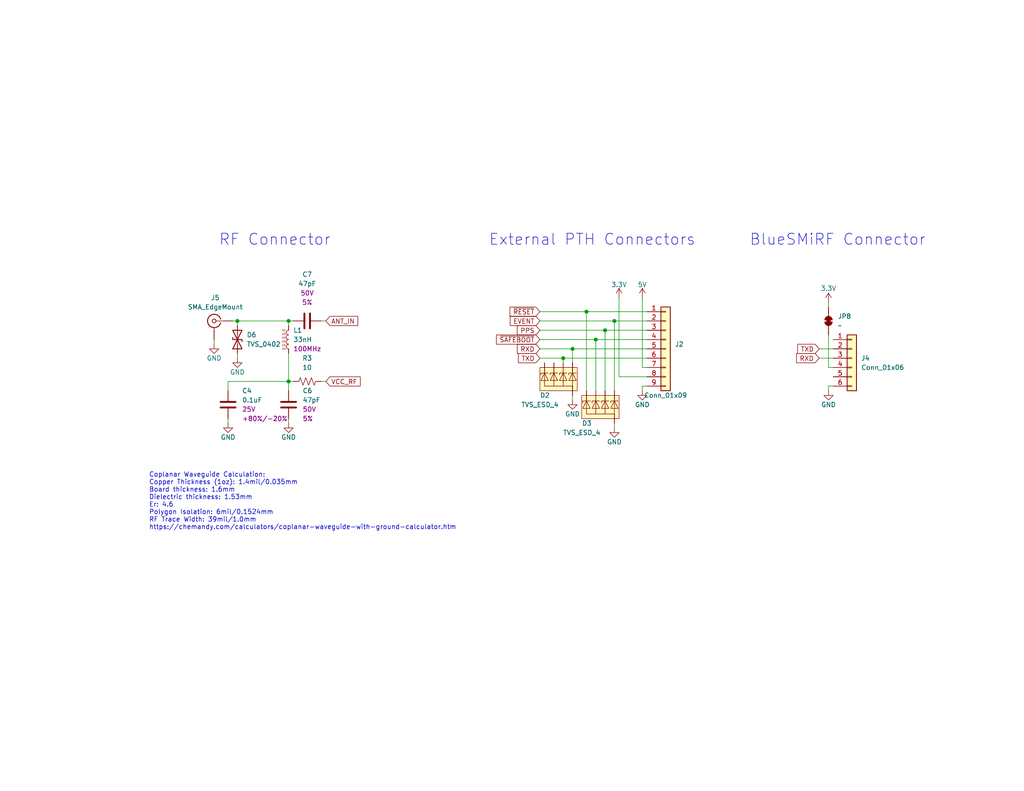
<source format=kicad_sch>
(kicad_sch (version 20230121) (generator eeschema)
  (paper "USLetter")
  (lib_symbols
    (symbol "SparkFun-Capacitor:0.1uF_0603_25V_20%" (pin_numbers hide) (pin_names (offset 0.254))
      (property "Reference" "C" (at 0.635 2.54 0))
      (property "Value" "0.1uF" (at 0.635 -2.54 0))
      (property "Voltage" "25V" (at 0 -6.35 0))
      (property "Tolerance" "+80%/-20%" (at 0 -8.89 0))
      (symbol "0.1uF_0603_25V_20%_0_1"
        (polyline (pts (xy -2.032 -0.762) (xy 2.032 -0.762)) (stroke (width 0.508)))
        (polyline (pts (xy -2.032 0.762) (xy 2.032 0.762)) (stroke (width 0.508)))
      )
      (symbol "0.1uF_0603_25V_20%_1_1"
        (pin passive line (at 0 3.81 270) (length 2.794) (name "~") (number "1"))
        (pin passive line (at 0 -3.81 90) (length 2.794) (name "~") (number "2"))
      )
    )
    (symbol "SparkFun-Capacitor:47pF_0603_50V_5%" (pin_numbers hide) (pin_names (offset 0.254))
      (property "Reference" "C" (at 0.635 2.54 0))
      (property "Value" "47pF" (at 0.635 -2.54 0))
      (property "Voltage" "50V" (at 0 -6.35 0))
      (property "Tolerance" "5%" (at 0 -8.89 0))
      (symbol "47pF_0603_50V_5%_0_1"
        (polyline (pts (xy -2.032 -0.762) (xy 2.032 -0.762)) (stroke (width 0.508)))
        (polyline (pts (xy -2.032 0.762) (xy 2.032 0.762)) (stroke (width 0.508)))
      )
      (symbol "47pF_0603_50V_5%_1_1"
        (pin passive line (at 0 3.81 270) (length 2.794) (name "~") (number "1"))
        (pin passive line (at 0 -3.81 90) (length 2.794) (name "~") (number "2"))
      )
    )
    (symbol "SparkFun-Coil:33nH_0603_0.3A" (pin_numbers hide) (pin_names (offset 1.016) hide)
      (property "Reference" "L" (at 0 2.54 0))
      (property "Value" "33nH" (at 0 -1.27 0))
      (property "Frequency" "100MHz" (at 0 -3.81 0))
      (symbol "33nH_0603_0.3A_0_1"
        (arc (start -1.27 0) (mid -1.905 0.6323) (end -2.54 0))
        (arc (start 0 0) (mid -0.635 0.6323) (end -1.27 0))
        (polyline (pts (xy -2.794 1.524) (xy -2.286 1.524)))
        (polyline (pts (xy -2.286 1.016) (xy -2.794 1.016)))
        (polyline (pts (xy -1.778 1.524) (xy -1.27 1.524)))
        (polyline (pts (xy -1.27 1.016) (xy -1.778 1.016)))
        (polyline (pts (xy -0.762 1.524) (xy -0.254 1.524)))
        (polyline (pts (xy -0.254 1.016) (xy -0.762 1.016)))
        (polyline (pts (xy 0.254 1.524) (xy 0.762 1.524)))
        (polyline (pts (xy 0.762 1.016) (xy 0.254 1.016)))
        (polyline (pts (xy 1.27 1.524) (xy 1.778 1.524)))
        (polyline (pts (xy 1.778 1.016) (xy 1.27 1.016)))
        (polyline (pts (xy 2.286 1.524) (xy 2.794 1.524)))
        (polyline (pts (xy 2.794 1.016) (xy 2.286 1.016)))
        (arc (start 1.27 0) (mid 0.635 0.6323) (end 0 0))
        (arc (start 2.54 0) (mid 1.905 0.6323) (end 1.27 0))
      )
      (symbol "33nH_0603_0.3A_1_1"
        (pin passive line (at -3.81 0 0) (length 1.27) (name "1") (number "1"))
        (pin passive line (at 3.81 0 180) (length 1.27) (name "2") (number "2"))
      )
    )
    (symbol "SparkFun-Connector:Conn_01x06" (pin_names (offset 1.016) hide)
      (property "Reference" "J" (at 0 7.62 0))
      (property "Value" "Conn_01x06" (at 0 -10.16 0))
      (symbol "Conn_01x06_1_1"
        (rectangle (start -1.27 -7.493) (end 0 -7.747) (stroke (width 0.1524)))
        (rectangle (start -1.27 -4.953) (end 0 -5.207) (stroke (width 0.1524)))
        (rectangle (start -1.27 -2.413) (end 0 -2.667) (stroke (width 0.1524)))
        (rectangle (start -1.27 0.127) (end 0 -0.127) (stroke (width 0.1524)))
        (rectangle (start -1.27 2.667) (end 0 2.413) (stroke (width 0.1524)))
        (rectangle (start -1.27 5.207) (end 0 4.953) (stroke (width 0.1524)))
        (rectangle (start -1.27 6.35) (end 1.27 -8.89) (stroke (width 0.254)) (fill (type background)))
        (pin passive line (at -5.08 5.08 0) (length 3.81) (name "Pin_1") (number "1"))
        (pin passive line (at -5.08 2.54 0) (length 3.81) (name "Pin_2") (number "2"))
        (pin passive line (at -5.08 0 0) (length 3.81) (name "Pin_3") (number "3"))
        (pin passive line (at -5.08 -2.54 0) (length 3.81) (name "Pin_4") (number "4"))
        (pin passive line (at -5.08 -5.08 0) (length 3.81) (name "Pin_5") (number "5"))
        (pin passive line (at -5.08 -7.62 0) (length 3.81) (name "Pin_6") (number "6"))
      )
    )
    (symbol "SparkFun-Connector:Conn_01x09" (pin_names (offset 1.016) hide)
      (property "Reference" "J" (at 0 12.7 0))
      (property "Value" "Conn_01x09" (at 0 -12.7 0))
      (symbol "Conn_01x09_1_1"
        (rectangle (start -1.27 -10.033) (end 0 -10.287) (stroke (width 0.1524)))
        (rectangle (start -1.27 -7.493) (end 0 -7.747) (stroke (width 0.1524)))
        (rectangle (start -1.27 -4.953) (end 0 -5.207) (stroke (width 0.1524)))
        (rectangle (start -1.27 -2.413) (end 0 -2.667) (stroke (width 0.1524)))
        (rectangle (start -1.27 0.127) (end 0 -0.127) (stroke (width 0.1524)))
        (rectangle (start -1.27 2.667) (end 0 2.413) (stroke (width 0.1524)))
        (rectangle (start -1.27 5.207) (end 0 4.953) (stroke (width 0.1524)))
        (rectangle (start -1.27 7.747) (end 0 7.493) (stroke (width 0.1524)))
        (rectangle (start -1.27 10.287) (end 0 10.033) (stroke (width 0.1524)))
        (rectangle (start -1.27 11.43) (end 1.27 -11.43) (stroke (width 0.254)) (fill (type background)))
        (pin passive line (at -5.08 10.16 0) (length 3.81) (name "Pin_1") (number "1"))
        (pin passive line (at -5.08 7.62 0) (length 3.81) (name "Pin_2") (number "2"))
        (pin passive line (at -5.08 5.08 0) (length 3.81) (name "Pin_3") (number "3"))
        (pin passive line (at -5.08 2.54 0) (length 3.81) (name "Pin_4") (number "4"))
        (pin passive line (at -5.08 0 0) (length 3.81) (name "Pin_5") (number "5"))
        (pin passive line (at -5.08 -2.54 0) (length 3.81) (name "Pin_6") (number "6"))
        (pin passive line (at -5.08 -5.08 0) (length 3.81) (name "Pin_7") (number "7"))
        (pin passive line (at -5.08 -7.62 0) (length 3.81) (name "Pin_8") (number "8"))
        (pin passive line (at -5.08 -10.16 0) (length 3.81) (name "Pin_9") (number "9"))
      )
    )
    (symbol "SparkFun-DiscreteSemi:D_TVS_0402" (pin_numbers hide) (pin_names (offset 1.016) hide)
      (property "Reference" "D" (at 0 2.54 0))
      (property "Value" "TVS_0402" (at 0 -2.54 0))
      (symbol "D_TVS_0402_0_1"
        (polyline (pts (xy 1.27 0) (xy -1.27 0)))
        (polyline (pts (xy 0.508 1.27) (xy 0 1.27) (xy 0 -1.27) (xy -0.508 -1.27)) (stroke (width 0.254)))
        (polyline (pts (xy -2.54 1.27) (xy -2.54 -1.27) (xy 2.54 1.27) (xy 2.54 -1.27) (xy -2.54 1.27)) (stroke (width 0.254)))
      )
      (symbol "D_TVS_0402_1_1"
        (pin passive line (at -3.81 0 0) (length 2.54) (name "A1") (number "1"))
        (pin passive line (at 3.81 0 180) (length 2.54) (name "A2") (number "2"))
      )
    )
    (symbol "SparkFun-DiscreteSemi:D_TVS_ESD_4" (pin_numbers hide) (pin_names hide)
      (property "Reference" "D" (at -2.54 -5.08 0))
      (property "Value" "TVS_ESD_4" (at -3.81 -7.62 0))
      (symbol "D_TVS_ESD_4_0_1"
        (polyline (pts (xy -2.54 1.016) (xy -2.54 -2.54)))
        (polyline (pts (xy 0 1.016) (xy 0 -2.54)))
        (polyline (pts (xy 2.54 1.016) (xy 2.54 -2.54)))
        (polyline (pts (xy 5.08 1.016) (xy 5.08 -2.54)))
        (polyline (pts (xy -1.524 1.016) (xy -3.556 1.016) (xy -3.556 0.508)))
        (polyline (pts (xy 1.016 1.016) (xy -1.016 1.016) (xy -1.016 0.508)))
        (polyline (pts (xy 3.556 1.016) (xy 1.524 1.016) (xy 1.524 0.508)))
        (polyline (pts (xy 6.096 1.016) (xy 4.064 1.016) (xy 4.064 0.508)))
        (polyline (pts (xy -1.524 -1.016) (xy -2.54 1.016) (xy -3.556 -1.016) (xy -1.524 -1.016)))
        (polyline (pts (xy 1.016 -1.016) (xy 0 1.016) (xy -1.016 -1.016) (xy 1.016 -1.016)))
        (polyline (pts (xy 3.556 -1.016) (xy 2.54 1.016) (xy 1.524 -1.016) (xy 3.556 -1.016)))
        (polyline (pts (xy 6.096 -1.016) (xy 5.08 1.016) (xy 4.064 -1.016) (xy 6.096 -1.016)))
      )
      (symbol "D_TVS_ESD_4_1_1"
        (rectangle (start -3.81 2.54) (end 6.35 -3.81) (fill (type background)))
        (polyline (pts (xy -2.54 1.27) (xy -2.54 1.0271)))
        (polyline (pts (xy 0 -2.54) (xy -2.54 -2.54)))
        (polyline (pts (xy 0 1.27) (xy 0 1.0271)))
        (polyline (pts (xy 2.54 -2.54) (xy 0 -2.54)))
        (polyline (pts (xy 2.54 1.27) (xy 2.54 1.0271)))
        (polyline (pts (xy 5.08 -2.54) (xy 2.54 -2.54)))
        (polyline (pts (xy 5.08 1.27) (xy 5.08 1.0271)))
        (pin passive line (at -2.54 3.81 270) (length 2.54) (name "K1") (number "1"))
        (pin passive line (at 5.08 -5.08 90) (length 2.54) (name "A") (number "2"))
        (pin passive line (at 0 3.81 270) (length 2.54) (name "K2") (number "3"))
        (pin passive line (at 2.54 3.81 270) (length 2.54) (name "K3") (number "4"))
        (pin passive line (at 5.08 3.81 270) (length 2.54) (name "K4") (number "5"))
      )
    )
    (symbol "SparkFun-Jumper:SolderJumper_2_Bridged" (pin_numbers hide) (pin_names (offset 0) hide)
      (property "Reference" "JP" (at 0 2.032 0))
      (property "Value" "~" (at 0 -2.54 0))
      (symbol "SolderJumper_2_Bridged_0_1"
        (rectangle (start -0.508 0.508) (end 0.508 -0.508) (fill (type outline)))
        (arc (start -0.254 1.016) (mid -1.2656 0) (end -0.254 -1.016))
        (arc (start -0.254 1.016) (mid -1.2656 0) (end -0.254 -1.016) (fill (type outline)))
        (polyline (pts (xy -0.254 1.016) (xy -0.254 -1.016)))
        (polyline (pts (xy 0.254 1.016) (xy 0.254 -1.016)))
        (arc (start 0.254 -1.016) (mid 1.2656 0) (end 0.254 1.016))
        (arc (start 0.254 -1.016) (mid 1.2656 0) (end 0.254 1.016) (fill (type outline)))
      )
      (symbol "SolderJumper_2_Bridged_1_1"
        (pin passive line (at -3.81 0 0) (length 2.54) (name "A") (number "1"))
        (pin passive line (at 3.81 0 180) (length 2.54) (name "B") (number "2"))
      )
    )
    (symbol "SparkFun-PowerSymbol:3.3V" (power) (pin_names (offset 0))
      (property "Value" "3.3V" (at 0 3.556 0))
      (symbol "3.3V_0_1"
        (polyline (pts (xy -0.762 1.27) (xy 0 2.54)))
        (polyline (pts (xy 0 0) (xy 0 2.54)))
        (polyline (pts (xy 0 2.54) (xy 0.762 1.27)))
      )
      (symbol "3.3V_1_1"
        (pin power_in line (at 0 0 90) (length 0) hide (name "3.3V") (number "1"))
      )
    )
    (symbol "SparkFun-PowerSymbol:5V" (power) (pin_names (offset 0))
      (property "Value" "5V" (at 0 3.556 0))
      (symbol "5V_0_1"
        (polyline (pts (xy -0.762 1.27) (xy 0 2.54)))
        (polyline (pts (xy 0 0) (xy 0 2.54)))
        (polyline (pts (xy 0 2.54) (xy 0.762 1.27)))
      )
      (symbol "5V_1_1"
        (pin power_in line (at 0 0 90) (length 0) hide (name "5V") (number "1"))
      )
    )
    (symbol "SparkFun-RF:SMA_EdgeMount" (pin_numbers hide) (pin_names (offset 1.016) hide)
      (property "Reference" "J" (at 0.254 3.048 0))
      (property "Value" "SMA_EdgeMount" (at 3.81 0 90))
      (symbol "SMA_EdgeMount_0_1"
        (arc (start -1.778 -0.508) (mid 0.2311 -1.8066) (end 1.778 0) (stroke (width 0.254)))
        (polyline (pts (xy -2.54 0) (xy -0.508 0)))
        (polyline (pts (xy 0 -2.54) (xy 0 -1.778)))
        (circle (center 0 0) (radius 0.508) (stroke (width 0.2032)))
        (arc (start 1.778 0) (mid 0.2099 1.8101) (end -1.778 0.508) (stroke (width 0.254)))
      )
      (symbol "SMA_EdgeMount_1_1"
        (pin passive line (at 0 -5.08 90) (length 2.54) (name "1") (number "1"))
        (pin passive line (at 0 -5.08 90) (length 2.54) hide (name "2") (number "2"))
        (pin passive line (at 0 -5.08 90) (length 2.54) hide (name "3") (number "3"))
        (pin passive line (at 0 -5.08 90) (length 2.54) hide (name "4") (number "4"))
        (pin passive line (at -5.08 0 0) (length 2.54) (name "In") (number "SIG"))
      )
    )
    (symbol "SparkFun-Resistor:10_0603" (pin_numbers hide) (pin_names (offset 0))
      (property "Reference" "R" (at 0 -2.54 0))
      (property "Value" "10" (at 0 2.54 0))
      (symbol "10_0603_0_1"
        (polyline (pts (xy -2.286 0) (xy -2.54 0)))
        (polyline (pts (xy 2.286 0) (xy 2.54 0)))
        (polyline (pts (xy -0.762 0) (xy -1.143 -1.016) (xy -1.524 0) (xy -1.905 1.016) (xy -2.286 0)))
        (polyline (pts (xy 0.762 0) (xy 0.381 -1.016) (xy 0 0) (xy -0.381 1.016) (xy -0.762 0)))
        (polyline (pts (xy 2.286 0) (xy 1.905 -1.016) (xy 1.524 0) (xy 1.143 1.016) (xy 0.762 0)))
      )
      (symbol "10_0603_1_1"
        (pin passive line (at 3.81 0 180) (length 1.27) (name "~") (number "1"))
        (pin passive line (at -3.81 0 0) (length 1.27) (name "~") (number "2"))
      )
    )
    (symbol "power:GND" (power) (pin_names (offset 0))
      (property "Value" "GND" (at 0 -3.81 0))
      (symbol "GND_0_1"
        (polyline (pts (xy 0 0) (xy 0 -1.27) (xy 1.27 -1.27) (xy 0 -2.54) (xy -1.27 -1.27) (xy 0 -1.27)))
      )
      (symbol "GND_1_1"
        (pin power_in line (at 0 0 270) (length 0) hide (name "GND") (number "1"))
      )
    )
  )
  (junction (at 78.74 104.14))
  (junction (at 156.21 95.25))
  (junction (at 167.64 87.63))
  (junction (at 160.02 85.09))
  (junction (at 153.67 97.79))
  (junction (at 165.1 90.17))
  (junction (at 64.77 87.63))
  (junction (at 162.56 92.71))
  (junction (at 78.74 87.63))
  (wire (pts (xy 168.91 81.28) (xy 168.91 102.87)))
  (wire (pts (xy 153.67 97.79) (xy 176.53 97.79)))
  (wire (pts (xy 175.26 105.41) (xy 175.26 106.68)))
  (wire (pts (xy 167.64 87.63) (xy 167.64 106.68)))
  (wire (pts (xy 226.06 82.55) (xy 226.06 83.82)))
  (wire (pts (xy 147.32 90.17) (xy 165.1 90.17)))
  (wire (pts (xy 147.32 95.25) (xy 156.21 95.25)))
  (wire (pts (xy 156.21 95.25) (xy 176.53 95.25)))
  (wire (pts (xy 147.32 85.09) (xy 160.02 85.09)))
  (wire (pts (xy 62.23 104.14) (xy 78.74 104.14)))
  (wire (pts (xy 223.52 95.25) (xy 227.33 95.25)))
  (wire (pts (xy 223.52 97.79) (xy 227.33 97.79)))
  (wire (pts (xy 175.26 81.28) (xy 175.26 100.33)))
  (wire (pts (xy 78.74 87.63) (xy 78.74 88.9)))
  (wire (pts (xy 165.1 90.17) (xy 176.53 90.17)))
  (wire (pts (xy 64.77 87.63) (xy 64.77 88.9)))
  (wire (pts (xy 64.77 87.63) (xy 78.74 87.63)))
  (wire (pts (xy 78.74 104.14) (xy 80.01 104.14)))
  (wire (pts (xy 156.21 95.25) (xy 156.21 99.06)))
  (wire (pts (xy 176.53 102.87) (xy 168.91 102.87)))
  (wire (pts (xy 227.33 100.33) (xy 226.06 100.33)))
  (wire (pts (xy 162.56 92.71) (xy 162.56 106.68)))
  (wire (pts (xy 78.74 104.14) (xy 78.74 96.52)))
  (wire (pts (xy 165.1 90.17) (xy 165.1 106.68)))
  (wire (pts (xy 87.63 104.14) (xy 88.9 104.14)))
  (wire (pts (xy 147.32 97.79) (xy 153.67 97.79)))
  (wire (pts (xy 78.74 87.63) (xy 80.01 87.63)))
  (wire (pts (xy 78.74 104.14) (xy 78.74 106.68)))
  (wire (pts (xy 147.32 87.63) (xy 167.64 87.63)))
  (wire (pts (xy 147.32 92.71) (xy 162.56 92.71)))
  (wire (pts (xy 176.53 100.33) (xy 175.26 100.33)))
  (wire (pts (xy 227.33 105.41) (xy 226.06 105.41)))
  (wire (pts (xy 156.21 107.95) (xy 156.21 109.22)))
  (wire (pts (xy 87.63 87.63) (xy 88.9 87.63)))
  (wire (pts (xy 160.02 85.09) (xy 176.53 85.09)))
  (wire (pts (xy 167.64 115.57) (xy 167.64 116.84)))
  (wire (pts (xy 162.56 92.71) (xy 176.53 92.71)))
  (wire (pts (xy 62.23 106.68) (xy 62.23 104.14)))
  (wire (pts (xy 160.02 85.09) (xy 160.02 106.68)))
  (wire (pts (xy 226.06 105.41) (xy 226.06 106.68)))
  (wire (pts (xy 64.77 97.79) (xy 64.77 96.52)))
  (wire (pts (xy 167.64 87.63) (xy 176.53 87.63)))
  (wire (pts (xy 226.06 91.44) (xy 226.06 100.33)))
  (wire (pts (xy 78.74 114.3) (xy 78.74 115.57)))
  (wire (pts (xy 176.53 105.41) (xy 175.26 105.41)))
  (wire (pts (xy 58.42 92.71) (xy 58.42 93.98)))
  (wire (pts (xy 153.67 97.79) (xy 153.67 99.06)))
  (wire (pts (xy 63.5 87.63) (xy 64.77 87.63)))
  (wire (pts (xy 62.23 115.57) (xy 62.23 114.3)))
  (text "External PTH Connectors" (at 133.35 67.31 0) (effects (font (size 3 3)) (justify left bottom)))
  (text "Coplanar Waveguide Calculation:\nCopper Thickness (1oz): 1.4mil/0.035mm\nBoard thickness: 1.6mm\nDielectric thickness: 1.53mm\nEr: 4.6\nPolygon Isolation: 6mil/0.1524mm\nRF Trace Width: 39mil/1.0mm\nhttps://chemandy.com/calculators/coplanar-waveguide-with-ground-calculator.htm" (at 40.64 144.78 0) (effects (font (size 1.27 1.27)) (justify left bottom)))
  (text "RF Connector" (at 59.69 67.31 0) (effects (font (size 3 3)) (justify left bottom)))
  (text "BlueSMiRF Connector" (at 204.47 67.31 0) (effects (font (size 3 3)) (justify left bottom)))
  (global_label "~{RESET}" (shape input) (at 147.32 85.09 180) (property "Intersheetrefs" "${INTERSHEET_REFS}" (effects hide)))
  (global_label "EVENT" (shape input) (at 147.32 87.63 180) (property "Intersheetrefs" "${INTERSHEET_REFS}" (effects hide)))
  (global_label "ANT_IN" (shape input) (at 88.9 87.63 0) (property "Intersheetrefs" "${INTERSHEET_REFS}" (effects hide)))
  (global_label "TXD" (shape input) (at 223.52 95.25 180) (property "Intersheetrefs" "${INTERSHEET_REFS}" (effects hide)))
  (global_label "RXD" (shape input) (at 147.32 95.25 180) (property "Intersheetrefs" "${INTERSHEET_REFS}" (effects hide)))
  (global_label "PPS" (shape input) (at 147.32 90.17 180) (property "Intersheetrefs" "${INTERSHEET_REFS}" (effects hide)))
  (global_label "RXD" (shape input) (at 223.52 97.79 180) (property "Intersheetrefs" "${INTERSHEET_REFS}" (effects hide)))
  (global_label "~{SAFEBOOT}" (shape input) (at 147.32 92.71 180) (property "Intersheetrefs" "${INTERSHEET_REFS}" (effects hide)))
  (global_label "VCC_RF" (shape input) (at 88.9 104.14 0) (property "Intersheetrefs" "${INTERSHEET_REFS}" (effects hide)))
  (global_label "TXD" (shape input) (at 147.32 97.79 180) (property "Intersheetrefs" "${INTERSHEET_REFS}" (effects hide)))
  (symbol (lib_id "SparkFun-Coil:33nH_0603_0.3A") (at 78.74 92.71 90) (unit 1)
    (property "Reference" "L1" (at 80.01 90.17 90) (effects (justify right)))
    (property "Value" "33nH" (at 80.01 92.71 90) (effects (justify right)))
    (property "Footprint" "SparkFun-Capacitor:C_0603_1608Metric" (effects hide))
    (property "Datasheet" "https://www.bourns.com/docs/Product-Datasheets/CI160808.pdf" (effects hide))
    (property "PROD_ID" "NDUC-13805" (effects hide))
    (property "Frequency" "100MHz" (at 80.01 95.25 90) (effects (justify right)))
  )
  (symbol (lib_id "power:GND") (at 58.42 93.98 0) (unit 1)
    (property "Reference" "#PWR031" (effects hide))
    (property "Value" "GND" (at 58.42 97.79 0))
  )
  (symbol (lib_id "SparkFun-Resistor:10_0603") (at 83.82 104.14 180) (unit 1)
    (property "Reference" "R3" (at 83.82 97.79 0))
    (property "Value" "10" (at 83.82 100.33 0))
    (property "Footprint" "SparkFun-Resistor:R_0603_1608Metric" (effects hide))
    (property "Datasheet" "https://www.vishay.com/docs/20035/dcrcwe3.pdf" (effects hide))
    (property "PROD_ID" "RES-12581" (effects hide))
  )
  (symbol (lib_id "SparkFun-PowerSymbol:3.3V") (at 226.06 82.55 0) (unit 1)
    (property "Reference" "#PWR023" (effects hide))
    (property "Value" "3.3V" (at 226.06 78.74 0))
  )
  (symbol (lib_id "SparkFun-Jumper:SolderJumper_2_Bridged") (at 226.06 87.63 90) (unit 1)
    (property "Reference" "JP8" (at 228.6 86.36 90) (effects (justify right)))
    (property "Value" "~" (at 228.6 88.9 90) (effects (justify right)))
    (property "Footprint" "SparkFun-Jumper:SMT-JUMPER_2_NC_TRACE_SILK" (effects hide))
  )
  (symbol (lib_id "SparkFun-PowerSymbol:3.3V") (at 168.91 81.28 0) (unit 1)
    (property "Reference" "#PWR020" (effects hide))
    (property "Value" "3.3V" (at 168.91 77.724 0))
  )
  (symbol (lib_id "SparkFun-Capacitor:0.1uF_0603_25V_20%") (at 62.23 110.49 0) (unit 1)
    (property "Reference" "C4" (at 66.04 106.68 0) (effects (justify left)))
    (property "Value" "0.1uF" (at 66.04 109.22 0) (effects (justify left)))
    (property "Footprint" "SparkFun-Capacitor:C_0603_1608Metric" (effects hide))
    (property "Datasheet" "https://cdn.sparkfun.com/assets/8/a/4/a/5/Kemet_Capacitor_Datasheet.pdf" (effects hide))
    (property "PROD_ID" "CAP-00810" (effects hide))
    (property "Voltage" "25V" (at 66.04 111.76 0) (effects (justify left)))
    (property "Tolerance" "+80%/-20%" (at 66.04 114.3 0) (effects (justify left)))
  )
  (symbol (lib_id "power:GND") (at 62.23 115.57 0) (unit 1)
    (property "Reference" "#PWR032" (effects hide))
    (property "Value" "GND" (at 62.23 119.38 0))
  )
  (symbol (lib_id "power:GND") (at 78.74 115.57 0) (unit 1)
    (property "Reference" "#PWR033" (effects hide))
    (property "Value" "GND" (at 78.74 119.38 0))
  )
  (symbol (lib_id "power:GND") (at 226.06 106.68 0) (unit 1)
    (property "Reference" "#PWR036" (effects hide))
    (property "Value" "GND" (at 226.06 110.49 0))
  )
  (symbol (lib_id "SparkFun-DiscreteSemi:D_TVS_ESD_4") (at 151.13 102.87 0) (unit 1)
    (property "Reference" "D2" (at 147.32 107.95 0) (effects (justify left)))
    (property "Value" "TVS_ESD_4" (at 147.32 110.49 0))
    (property "Footprint" "SparkFun-Semiconductor-Standard:SOT-353" (effects hide))
    (property "Datasheet" "https://assets.nexperia.com/documents/data-sheet/PESDXL4UF_G_W.pdf" (effects hide))
    (property "PROD_ID" "DIO-19494" (effects hide))
  )
  (symbol (lib_id "SparkFun-DiscreteSemi:D_TVS_0402") (at 64.77 92.71 90) (unit 1)
    (property "Reference" "D6" (at 67.31 91.44 90) (effects (justify right)))
    (property "Value" "TVS_0402" (at 67.31 93.98 90) (effects (justify right)))
    (property "Footprint" "SparkFun-Capacitor:C_0402_1005Metric" (effects hide))
    (property "Datasheet" "https://www.littelfuse.com/~/media/electronics/product_specifications/polymer_esd_suppressors/littelfuse_polymer_esd_suppressor_pesd0402_140_product_specification.pdf.pdf" (effects hide))
    (property "PROD_ID" "DIO-15359" (effects hide))
  )
  (symbol (lib_id "power:GND") (at 175.26 106.68 0) (unit 1)
    (property "Reference" "#PWR019" (effects hide))
    (property "Value" "GND" (at 175.26 110.49 0))
  )
  (symbol (lib_id "power:GND") (at 64.77 97.79 0) (unit 1)
    (property "Reference" "#PWR030" (effects hide))
    (property "Value" "GND" (at 64.77 101.6 0))
  )
  (symbol (lib_id "SparkFun-Capacitor:47pF_0603_50V_5%") (at 83.82 87.63 90) (unit 1)
    (property "Reference" "C7" (at 83.82 74.93 90))
    (property "Value" "47pF" (at 83.82 77.47 90))
    (property "Footprint" "SparkFun-Capacitor:C_0603_1608Metric" (effects hide))
    (property "Datasheet" "https://cdn.sparkfun.com/assets/8/a/4/a/5/Kemet_Capacitor_Datasheet.pdf" (effects hide))
    (property "PROD_ID" "CAP-08913" (effects hide))
    (property "Voltage" "50V" (at 83.82 80.01 90))
    (property "Tolerance" "5%" (at 83.82 82.55 90))
  )
  (symbol (lib_id "SparkFun-Connector:Conn_01x06") (at 232.41 97.79 0) (unit 1)
    (property "Reference" "J4" (at 234.95 97.79 0) (effects (justify left)))
    (property "Value" "Conn_01x06" (at 234.95 100.33 0) (effects (justify left)))
    (property "Footprint" "SparkFun-Connector:1X06" (effects hide))
  )
  (symbol (lib_id "power:GND") (at 156.21 109.22 0) (unit 1)
    (property "Reference" "#PWR010" (effects hide))
    (property "Value" "GND" (at 156.21 113.03 0))
  )
  (symbol (lib_id "SparkFun-RF:SMA_EdgeMount") (at 58.42 87.63 0) (mirror y) (unit 1)
    (property "Reference" "J5" (at 58.7374 81.28 0))
    (property "Value" "SMA_EdgeMount" (at 58.7374 83.82 0))
    (property "Footprint" "SparkFun-Connector:SMA-EDGE" (effects hide))
    (property "Datasheet" " ~" (effects hide))
    (property "PROD_ID" "CONN-08289" (effects hide))
  )
  (symbol (lib_id "SparkFun-PowerSymbol:5V") (at 175.26 81.28 0) (unit 1)
    (property "Reference" "#PWR018" (effects hide))
    (property "Value" "5V" (at 175.26 77.724 0))
  )
  (symbol (lib_id "power:GND") (at 167.64 116.84 0) (unit 1)
    (property "Reference" "#PWR011" (effects hide))
    (property "Value" "GND" (at 167.64 120.65 0))
  )
  (symbol (lib_id "SparkFun-Connector:Conn_01x09") (at 181.61 95.25 0) (unit 1)
    (property "Reference" "J2" (at 184.15 93.98 0) (effects (justify left)))
    (property "Value" "Conn_01x09" (at 181.61 107.95 0))
    (property "Footprint" "SparkFun-Connector:1X09" (effects hide))
  )
  (symbol (lib_id "SparkFun-Capacitor:47pF_0603_50V_5%") (at 78.74 110.49 0) (unit 1)
    (property "Reference" "C6" (at 82.55 106.68 0) (effects (justify left)))
    (property "Value" "47pF" (at 82.55 109.22 0) (effects (justify left)))
    (property "Footprint" "SparkFun-Capacitor:C_0603_1608Metric" (effects hide))
    (property "Datasheet" "https://cdn.sparkfun.com/assets/8/a/4/a/5/Kemet_Capacitor_Datasheet.pdf" (effects hide))
    (property "PROD_ID" "CAP-08913" (effects hide))
    (property "Voltage" "50V" (at 82.55 111.76 0) (effects (justify left)))
    (property "Tolerance" "5%" (at 82.55 114.3 0) (effects (justify left)))
  )
  (symbol (lib_id "SparkFun-DiscreteSemi:D_TVS_ESD_4") (at 162.56 110.49 0) (unit 1)
    (property "Reference" "D3" (at 158.75 115.57 0) (effects (justify left)))
    (property "Value" "TVS_ESD_4" (at 158.75 118.11 0))
    (property "Footprint" "SparkFun-Semiconductor-Standard:SOT-353" (effects hide))
    (property "Datasheet" "https://assets.nexperia.com/documents/data-sheet/PESDXL4UF_G_W.pdf" (effects hide))
    (property "PROD_ID" "DIO-19494" (effects hide))
  )
)
</source>
